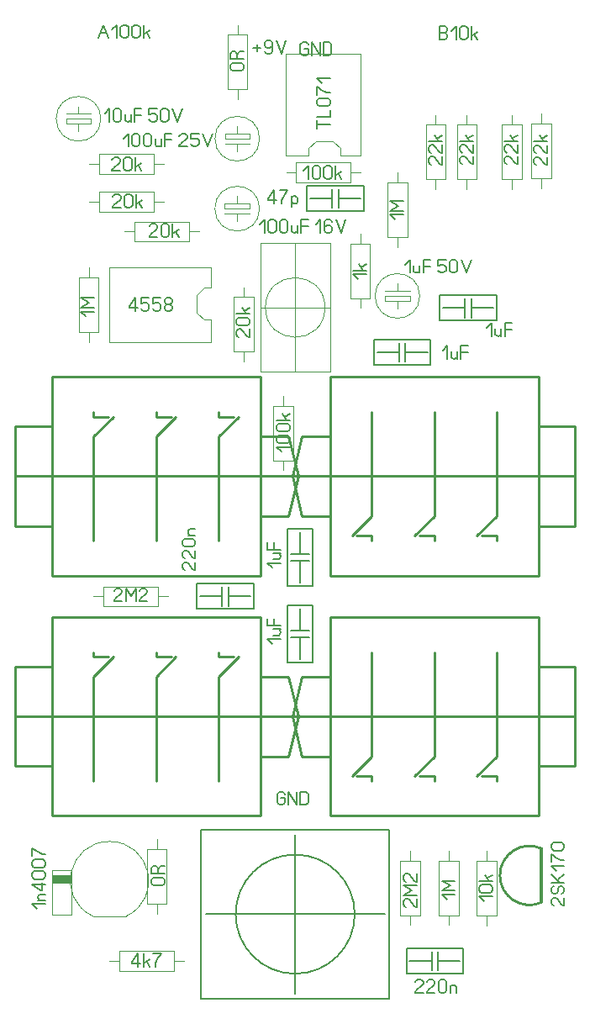
<source format=gbr>
%FSLAX34Y34*%
%MOMM*%
%LNSILK_TOP*%
G71*
G01*
%ADD10C, 0.240*%
%ADD11C, 0.210*%
%ADD12C, 0.200*%
%ADD13C, 0.100*%
%ADD14C, 0.250*%
%ADD15C, 0.300*%
%ADD16C, 0.000*%
%ADD17C, 0.170*%
%LPD*%
G54D10*
X468200Y-754950D02*
X258200Y-754950D01*
X258200Y-554950D01*
X468200Y-554950D01*
X468200Y-754950D01*
G54D10*
X505200Y-704950D02*
X468200Y-704950D01*
X468200Y-604950D01*
X505200Y-604950D01*
X505200Y-704950D01*
G54D10*
X258200Y-614950D02*
X230200Y-614950D01*
X220200Y-654950D01*
X230200Y-694950D01*
X258200Y-694950D01*
G54D10*
X505200Y-654950D02*
X220200Y-654950D01*
G54D10*
X363200Y-719950D02*
X363200Y-714950D01*
X348200Y-714950D01*
G54D10*
X300200Y-719950D02*
X300200Y-714950D01*
X285200Y-714950D01*
G54D10*
X280200Y-714950D02*
X300200Y-694950D01*
X300200Y-589950D01*
G54D10*
X343200Y-714950D02*
X363200Y-694950D01*
X363200Y-589950D01*
G54D10*
X426200Y-589950D02*
X426200Y-694950D01*
X406200Y-714950D01*
G54D10*
X426200Y-719950D02*
X426200Y-714950D01*
X411200Y-714950D01*
G54D11*
X128200Y-768950D02*
X318200Y-768950D01*
X318200Y-938950D01*
X128200Y-938950D01*
X128200Y-768950D01*
G54D11*
X223200Y-773950D02*
X223200Y-933950D01*
G54D11*
X133200Y-853950D02*
X313200Y-853950D01*
G54D12*
G75*
G01X283200Y-853950D02*
G03X283200Y-853950I-60000J0D01*
G01*
G54D10*
X-21800Y-554950D02*
X188200Y-554950D01*
X188200Y-754950D01*
X-21800Y-754950D01*
X-21800Y-554950D01*
G54D10*
X-58800Y-604950D02*
X-21800Y-604950D01*
X-21800Y-704950D01*
X-58800Y-704950D01*
X-58800Y-604950D01*
G54D10*
X188200Y-694950D02*
X216200Y-694950D01*
X226200Y-654950D01*
X216200Y-614950D01*
X188200Y-614950D01*
G54D10*
X-58800Y-654950D02*
X226200Y-654950D01*
G54D10*
X83200Y-589950D02*
X83200Y-594950D01*
X98200Y-594950D01*
G54D10*
X146200Y-589950D02*
X146200Y-594950D01*
X161200Y-594950D01*
G54D10*
X166200Y-594950D02*
X146200Y-614950D01*
X146200Y-719950D01*
G54D10*
X103200Y-594950D02*
X83200Y-614950D01*
X83200Y-719950D01*
G54D10*
X20200Y-719950D02*
X20200Y-614950D01*
X40200Y-594950D01*
G54D10*
X20200Y-589950D02*
X20200Y-594950D01*
X35200Y-594950D01*
G54D10*
X468200Y-512950D02*
X258200Y-512950D01*
X258200Y-312950D01*
X468200Y-312950D01*
X468200Y-512950D01*
G54D10*
X505200Y-462950D02*
X468200Y-462950D01*
X468200Y-362950D01*
X505200Y-362950D01*
X505200Y-462950D01*
G54D10*
X258200Y-372950D02*
X230200Y-372950D01*
X220200Y-412950D01*
X230200Y-452950D01*
X258200Y-452950D01*
G54D10*
X505200Y-412950D02*
X220200Y-412950D01*
G54D10*
X363200Y-477950D02*
X363200Y-472950D01*
X348200Y-472950D01*
G54D10*
X300200Y-477950D02*
X300200Y-472950D01*
X285200Y-472950D01*
G54D10*
X280200Y-472950D02*
X300200Y-452950D01*
X300200Y-347950D01*
G54D10*
X343200Y-472950D02*
X363200Y-452950D01*
X363200Y-347950D01*
G54D10*
X426200Y-347950D02*
X426200Y-452950D01*
X406200Y-472950D01*
G54D10*
X426200Y-477950D02*
X426200Y-472950D01*
X411200Y-472950D01*
G54D10*
X-21800Y-312950D02*
X188200Y-312950D01*
X188200Y-512950D01*
X-21800Y-512950D01*
X-21800Y-312950D01*
G54D10*
X-58800Y-362950D02*
X-21800Y-362950D01*
X-21800Y-462950D01*
X-58800Y-462950D01*
X-58800Y-362950D01*
G54D10*
X188200Y-452950D02*
X216200Y-452950D01*
X226200Y-412950D01*
X216200Y-372950D01*
X188200Y-372950D01*
G54D10*
X-58800Y-412950D02*
X226200Y-412950D01*
G54D10*
X83200Y-347950D02*
X83200Y-352950D01*
X98200Y-352950D01*
G54D10*
X146200Y-347950D02*
X146200Y-352950D01*
X161200Y-352950D01*
G54D10*
X166200Y-352950D02*
X146200Y-372950D01*
X146200Y-477950D01*
G54D10*
X103200Y-352950D02*
X83200Y-372950D01*
X83200Y-477950D01*
G54D10*
X20200Y-477950D02*
X20200Y-372950D01*
X40200Y-352950D01*
G54D10*
X20200Y-347950D02*
X20200Y-352950D01*
X35200Y-352950D01*
G54D13*
G75*
G01X52893Y-856049D02*
G03X19507Y-856049I-16693J35799D01*
G01*
G54D13*
X19900Y-856550D02*
X52700Y-856550D01*
G54D13*
X35900Y-900950D02*
X45900Y-900950D01*
X45900Y-910950D01*
X100900Y-910950D01*
X100900Y-900950D01*
X110900Y-900950D01*
G54D13*
X100900Y-900950D02*
X100900Y-890950D01*
X45900Y-890950D01*
X45900Y-900950D01*
G54D14*
G75*
G01X471773Y-787987D02*
G03X471773Y-841913I-12573J-26963D01*
G01*
G54D15*
X471500Y-788550D02*
X471500Y-841750D01*
G54D12*
X392400Y-913650D02*
X392400Y-888250D01*
X335200Y-888250D01*
X335200Y-913650D01*
X392400Y-913650D01*
G54D12*
X367000Y-910550D02*
X367000Y-891350D01*
G54D12*
X360600Y-910550D02*
X360600Y-891350D01*
G54D12*
X360600Y-900950D02*
X338400Y-900950D01*
G54D12*
X367000Y-900950D02*
X389200Y-900950D01*
G54D13*
X339200Y-789950D02*
X339200Y-799950D01*
X329200Y-799950D01*
X329200Y-854950D01*
X339200Y-854950D01*
X339200Y-864950D01*
G54D13*
X339200Y-854950D02*
X349200Y-854950D01*
X349200Y-799950D01*
X339200Y-799950D01*
G54D13*
X83800Y-778650D02*
X83800Y-788650D01*
X73800Y-788650D01*
X73800Y-843650D01*
X83800Y-843650D01*
X83800Y-853650D01*
G54D13*
X83800Y-843650D02*
X93800Y-843650D01*
X93800Y-788650D01*
X83800Y-788650D01*
G54D12*
X124000Y-521250D02*
X124000Y-546650D01*
X181200Y-546650D01*
X181200Y-521250D01*
X124000Y-521250D01*
G54D12*
X149400Y-524350D02*
X149400Y-543550D01*
G54D12*
X155800Y-524350D02*
X155800Y-543550D01*
G54D12*
X155800Y-533950D02*
X178000Y-533950D01*
G54D12*
X149400Y-533950D02*
X127200Y-533950D01*
G54D13*
X20200Y-533950D02*
X30200Y-533950D01*
X30200Y-543950D01*
X85200Y-543950D01*
X85200Y-533950D01*
X95200Y-533950D01*
G54D13*
X85200Y-533950D02*
X85200Y-523950D01*
X30200Y-523950D01*
X30200Y-533950D01*
G54D12*
X292173Y-145850D02*
X292173Y-120450D01*
X234973Y-120450D01*
X234973Y-145850D01*
X292173Y-145850D01*
G54D12*
X266773Y-142750D02*
X266773Y-123550D01*
G54D12*
X260373Y-142750D02*
X260373Y-123550D01*
G54D12*
X260373Y-133150D02*
X238173Y-133150D01*
G54D12*
X266773Y-133150D02*
X288973Y-133150D01*
G54D13*
X471200Y-47950D02*
X471200Y-57950D01*
X461200Y-57950D01*
X461200Y-112950D01*
X471200Y-112950D01*
X471200Y-122950D01*
G54D13*
X471200Y-112950D02*
X481200Y-112950D01*
X481200Y-57950D01*
X471200Y-57950D01*
G54D13*
X138700Y-202950D02*
X138700Y-222950D01*
X131200Y-222950D01*
X123700Y-230450D01*
X123700Y-247950D01*
X131200Y-255450D01*
X138700Y-255450D01*
X138700Y-277950D01*
X36200Y-277950D01*
X36200Y-202950D01*
X138700Y-202950D01*
G54D13*
X15200Y-277950D02*
X15200Y-267950D01*
X25200Y-267950D01*
X25200Y-212950D01*
X15200Y-212950D01*
X15200Y-202950D01*
G54D13*
X15200Y-212950D02*
X5200Y-212950D01*
X5200Y-267950D01*
X15200Y-267950D01*
G54D13*
X51541Y-166491D02*
X61541Y-166491D01*
X61541Y-176491D01*
X116541Y-176492D01*
X116541Y-166491D01*
X126541Y-166491D01*
G54D13*
X116541Y-166491D02*
X116541Y-156492D01*
X61541Y-156491D01*
X61541Y-166491D01*
G54D16*
X-21800Y-809450D02*
X-1800Y-809450D01*
X-1800Y-854450D01*
X-21800Y-854450D01*
X-21800Y-809450D01*
G36*
X-21800Y-814450D02*
X-1800Y-814450D01*
X-1800Y-821950D01*
X-21800Y-821950D01*
X-21800Y-814450D01*
G37*
G54D16*
X-21800Y-814450D02*
X-1800Y-814450D01*
X-1800Y-821950D01*
X-21800Y-821950D01*
X-21800Y-814450D01*
G54D13*
X171300Y-297550D02*
X171300Y-287550D01*
X181300Y-287550D01*
X181300Y-232550D01*
X171300Y-232550D01*
X171300Y-222550D01*
G54D13*
X171300Y-232550D02*
X161300Y-232550D01*
X161300Y-287550D01*
X171300Y-287550D01*
G54D13*
X188200Y-177950D02*
X258200Y-177950D01*
G54D13*
X188200Y-177950D02*
X188200Y-307950D01*
G54D13*
X188200Y-307950D02*
X258200Y-307950D01*
X258200Y-177950D01*
G54D13*
X223200Y-177950D02*
X223200Y-307950D01*
G54D13*
X188200Y-242950D02*
X258200Y-242950D01*
G54D13*
G75*
G01X253200Y-242950D02*
G03X253200Y-242950I-30000J0D01*
G01*
G54D13*
X211200Y-406950D02*
X211200Y-396950D01*
X221200Y-396950D01*
X221200Y-341950D01*
X211200Y-341950D01*
X211200Y-331950D01*
G54D13*
X211200Y-341950D02*
X201200Y-341950D01*
X201200Y-396950D01*
X211200Y-396950D01*
G54D12*
X302508Y-275321D02*
X302508Y-300721D01*
X359708Y-300721D01*
X359708Y-275320D01*
X302508Y-275321D01*
G54D12*
X327908Y-278421D02*
X327908Y-297621D01*
G54D12*
X334308Y-278421D02*
X334308Y-297621D01*
G54D12*
X334308Y-288021D02*
X356508Y-288021D01*
G54D12*
X327908Y-288021D02*
X305708Y-288021D01*
G54D13*
X214200Y-106950D02*
X224200Y-106950D01*
X224200Y-116950D01*
X279200Y-116950D01*
X279200Y-106950D01*
X289200Y-106950D01*
G54D13*
X279200Y-106950D02*
X279200Y-96950D01*
X224200Y-96950D01*
X224200Y-106950D01*
G54D12*
X215500Y-523150D02*
X240900Y-523150D01*
X240900Y-465950D01*
X215500Y-465950D01*
X215500Y-523150D01*
G54D12*
X218600Y-497750D02*
X237800Y-497750D01*
G54D12*
X218600Y-491350D02*
X237800Y-491350D01*
G54D12*
X228200Y-491350D02*
X228200Y-469150D01*
G54D12*
X228200Y-497750D02*
X228200Y-519950D01*
G54D13*
X378200Y-789950D02*
X378200Y-799950D01*
X368200Y-799950D01*
X368200Y-854950D01*
X378200Y-854950D01*
X378200Y-864950D01*
G54D13*
X378200Y-854950D02*
X388200Y-854950D01*
X388200Y-799950D01*
X378200Y-799950D01*
G54D13*
X441200Y-48950D02*
X441200Y-58950D01*
X431200Y-58950D01*
X431200Y-113950D01*
X441200Y-113950D01*
X441200Y-123950D01*
G54D13*
X441200Y-113950D02*
X451200Y-113950D01*
X451200Y-58950D01*
X441200Y-58950D01*
G54D13*
X396000Y-48950D02*
X396000Y-58950D01*
X386000Y-58950D01*
X386000Y-113950D01*
X396000Y-113950D01*
X396000Y-123950D01*
G54D13*
X396000Y-113950D02*
X406000Y-113950D01*
X406000Y-58950D01*
X396000Y-58950D01*
G54D13*
X364700Y-48950D02*
X364700Y-58950D01*
X354700Y-58950D01*
X354700Y-113950D01*
X364700Y-113950D01*
X364700Y-123950D01*
G54D13*
X364700Y-113950D02*
X374700Y-113950D01*
X374700Y-58950D01*
X364700Y-58950D01*
G54D12*
X426241Y-256179D02*
X426241Y-230779D01*
X369040Y-230779D01*
X369041Y-256180D01*
X426241Y-256179D01*
G54D12*
X400841Y-253079D02*
X400840Y-233879D01*
G54D12*
X394441Y-253079D02*
X394441Y-233879D01*
G54D12*
X394440Y-243479D02*
X372241Y-243479D01*
G54D12*
X400841Y-243479D02*
X423041Y-243479D01*
G54D13*
X15800Y-136550D02*
X25800Y-136550D01*
X25800Y-146550D01*
X80800Y-146550D01*
X80800Y-136550D01*
X90800Y-136550D01*
G54D13*
X80800Y-136550D02*
X80800Y-126550D01*
X25800Y-126550D01*
X25800Y-136550D01*
G54D13*
X15800Y-98550D02*
X25800Y-98550D01*
X25800Y-108550D01*
X80800Y-108550D01*
X80800Y-98550D01*
X90800Y-98550D01*
G54D13*
X80800Y-98550D02*
X80800Y-88550D01*
X25800Y-88550D01*
X25800Y-98550D01*
G54D13*
G75*
G01X27400Y-52950D02*
G03X27400Y-52950I-22500J0D01*
G01*
G54D13*
X4900Y-40450D02*
X4900Y-47950D01*
X-7600Y-47950D01*
X17400Y-47950D01*
G54D13*
X-7600Y-55450D02*
X-7600Y-52950D01*
X17400Y-52950D01*
X17400Y-57950D01*
X-7600Y-57950D01*
X-7600Y-55450D01*
G54D13*
X4900Y-57950D02*
X4900Y-65450D01*
G54D13*
G75*
G01X187310Y-143431D02*
G03X187310Y-143431I-22500J0D01*
G01*
G54D13*
X164810Y-155930D02*
X164810Y-148430D01*
X177310Y-148431D01*
X152310Y-148431D01*
G54D13*
X177310Y-140931D02*
X177310Y-143431D01*
X152310Y-143431D01*
X152310Y-138431D01*
X177310Y-138431D01*
X177310Y-140931D01*
G54D13*
X164810Y-138431D02*
X164810Y-130930D01*
G54D13*
X288843Y-90172D02*
X268843Y-90172D01*
X268843Y-82672D01*
X261343Y-75172D01*
X243843Y-75172D01*
X236343Y-82672D01*
X236343Y-90172D01*
X213843Y-90172D01*
X213843Y12328D01*
X288843Y12328D01*
X288843Y-90172D01*
G54D13*
X416200Y-865150D02*
X416200Y-855150D01*
X406200Y-855150D01*
X406200Y-800150D01*
X416200Y-800150D01*
X416200Y-790150D01*
G54D13*
X416200Y-800150D02*
X426200Y-800150D01*
X426200Y-855150D01*
X416200Y-855150D01*
G54D12*
X215500Y-600150D02*
X240900Y-600150D01*
X240900Y-542950D01*
X215500Y-542950D01*
X215500Y-600150D01*
G54D12*
X218600Y-574750D02*
X237800Y-574750D01*
G54D12*
X218600Y-568350D02*
X237800Y-568350D01*
G54D12*
X228200Y-568350D02*
X228200Y-546150D01*
G54D12*
X228200Y-574750D02*
X228200Y-596950D01*
G54D13*
X326200Y-106950D02*
X326200Y-116950D01*
X316200Y-116950D01*
X316200Y-171950D01*
X326200Y-171950D01*
X326200Y-181950D01*
G54D13*
X326200Y-171950D02*
X336200Y-171950D01*
X336200Y-116950D01*
X326200Y-116950D01*
G54D13*
X288741Y-168608D02*
X288741Y-178608D01*
X278742Y-178608D01*
X278741Y-233609D01*
X288742Y-233609D01*
X288741Y-243608D01*
G54D13*
X288742Y-233609D02*
X298742Y-233608D01*
X298742Y-178609D01*
X288741Y-178608D01*
G54D13*
G75*
G01X348700Y-231350D02*
G03X348700Y-231350I-22500J0D01*
G01*
G54D13*
X326200Y-218850D02*
X326200Y-226350D01*
X313700Y-226350D01*
X338700Y-226350D01*
G54D13*
X313700Y-233850D02*
X313700Y-231350D01*
X338700Y-231350D01*
X338700Y-236350D01*
X313700Y-236350D01*
X313700Y-233850D01*
G54D13*
X326200Y-236350D02*
X326200Y-243850D01*
G54D13*
G75*
G01X187349Y-72999D02*
G03X187349Y-72999I-22500J0D01*
G01*
G54D13*
X164849Y-85499D02*
X164850Y-77999D01*
X177350Y-77999D01*
X152350Y-77999D01*
G54D13*
X177350Y-70499D02*
X177349Y-72999D01*
X152349Y-72999D01*
X152350Y-67999D01*
X177349Y-67999D01*
X177350Y-70499D01*
G54D13*
X164849Y-67999D02*
X164849Y-60499D01*
G54D13*
X165041Y41691D02*
X165041Y31692D01*
X155042Y31692D01*
X155041Y-23309D01*
X165042Y-23309D01*
X165041Y-33309D01*
G54D13*
X165042Y-23309D02*
X175042Y-23308D01*
X175042Y31691D01*
X165041Y31692D01*
G54D17*
X352200Y-932850D02*
X344200Y-932850D01*
X344200Y-932017D01*
X345200Y-930350D01*
X351200Y-925350D01*
X352200Y-923683D01*
X352200Y-922017D01*
X351200Y-920350D01*
X349200Y-919517D01*
X347200Y-919517D01*
X345200Y-920350D01*
X344200Y-922017D01*
G54D17*
X363900Y-932850D02*
X355900Y-932850D01*
X355900Y-932017D01*
X356900Y-930350D01*
X362900Y-925350D01*
X363900Y-923683D01*
X363900Y-922017D01*
X362900Y-920350D01*
X360900Y-919517D01*
X358900Y-919517D01*
X356900Y-920350D01*
X355900Y-922017D01*
G54D17*
X375600Y-922017D02*
X375600Y-930350D01*
X374600Y-932017D01*
X372600Y-932850D01*
X370600Y-932850D01*
X368600Y-932017D01*
X367600Y-930350D01*
X367600Y-922017D01*
X368600Y-920350D01*
X370600Y-919517D01*
X372600Y-919517D01*
X374600Y-920350D01*
X375600Y-922017D01*
G54D17*
X379300Y-932850D02*
X379300Y-925350D01*
G54D17*
X379300Y-927017D02*
X380300Y-925850D01*
X382300Y-925350D01*
X384300Y-925850D01*
X385300Y-927017D01*
X385300Y-932850D01*
G54D17*
X345400Y-838650D02*
X345400Y-846650D01*
X344567Y-846650D01*
X342900Y-845650D01*
X337900Y-839650D01*
X336233Y-838650D01*
X334567Y-838650D01*
X332900Y-839650D01*
X332067Y-841650D01*
X332067Y-843650D01*
X332900Y-845650D01*
X334567Y-846650D01*
G54D17*
X345400Y-834950D02*
X332067Y-834950D01*
X340400Y-829950D01*
X332067Y-824950D01*
X345400Y-824950D01*
G54D17*
X345400Y-813250D02*
X345400Y-821250D01*
X344567Y-821250D01*
X342900Y-820250D01*
X337900Y-814250D01*
X336233Y-813250D01*
X334567Y-813250D01*
X332900Y-814250D01*
X332067Y-816250D01*
X332067Y-818250D01*
X332900Y-820250D01*
X334567Y-821250D01*
G54D17*
X48929Y-538972D02*
X40929Y-538972D01*
X40929Y-538139D01*
X41929Y-536472D01*
X47929Y-531472D01*
X48929Y-529806D01*
X48929Y-528139D01*
X47929Y-526472D01*
X45929Y-525639D01*
X43929Y-525639D01*
X41929Y-526472D01*
X40929Y-528139D01*
G54D17*
X52629Y-538972D02*
X52629Y-525639D01*
X57629Y-533972D01*
X62629Y-525639D01*
X62629Y-538972D01*
G54D17*
X74329Y-538972D02*
X66329Y-538972D01*
X66329Y-538139D01*
X67329Y-536472D01*
X73329Y-531472D01*
X74329Y-529806D01*
X74329Y-528139D01*
X73329Y-526472D01*
X71329Y-525639D01*
X69329Y-525639D01*
X67329Y-526472D01*
X66329Y-528139D01*
G54D17*
X122641Y-499378D02*
X122641Y-507378D01*
X121808Y-507378D01*
X120141Y-506378D01*
X115141Y-500378D01*
X113474Y-499378D01*
X111808Y-499378D01*
X110141Y-500378D01*
X109308Y-502378D01*
X109308Y-504378D01*
X110141Y-506378D01*
X111808Y-507378D01*
G54D17*
X122641Y-487678D02*
X122641Y-495678D01*
X121808Y-495678D01*
X120141Y-494678D01*
X115141Y-488678D01*
X113474Y-487678D01*
X111808Y-487678D01*
X110141Y-488678D01*
X109308Y-490678D01*
X109308Y-492678D01*
X110141Y-494678D01*
X111808Y-495678D01*
G54D17*
X111808Y-475978D02*
X120141Y-475978D01*
X121808Y-476978D01*
X122641Y-478978D01*
X122641Y-480978D01*
X121808Y-482978D01*
X120141Y-483978D01*
X111808Y-483978D01*
X110141Y-482978D01*
X109308Y-480978D01*
X109308Y-478978D01*
X110141Y-476978D01*
X111808Y-475978D01*
G54D17*
X122641Y-472278D02*
X115141Y-472278D01*
G54D17*
X116808Y-472278D02*
X115641Y-471278D01*
X115141Y-469278D01*
X115641Y-467278D01*
X116808Y-466278D01*
X122641Y-466278D01*
G54D17*
X200167Y-505250D02*
X195167Y-500250D01*
X208500Y-500250D01*
G54D17*
X201000Y-490550D02*
X208500Y-490550D01*
G54D17*
X206833Y-490550D02*
X208167Y-491550D01*
X208500Y-493550D01*
X208167Y-495550D01*
X206833Y-496550D01*
X201000Y-496550D01*
G54D17*
X208500Y-486850D02*
X195167Y-486850D01*
X195167Y-479850D01*
G54D17*
X201833Y-486850D02*
X201833Y-479850D01*
G54D17*
X200167Y-581750D02*
X195167Y-576750D01*
X208500Y-576750D01*
G54D17*
X201000Y-567050D02*
X208500Y-567050D01*
G54D17*
X206833Y-567050D02*
X208167Y-568050D01*
X208500Y-570050D01*
X208167Y-572050D01*
X206833Y-573050D01*
X201000Y-573050D01*
G54D17*
X208500Y-563350D02*
X195167Y-563350D01*
X195167Y-556350D01*
G54D17*
X201833Y-563350D02*
X201833Y-556350D01*
G54D17*
X371622Y-286284D02*
X376622Y-281284D01*
X376622Y-294618D01*
G54D17*
X386322Y-287118D02*
X386322Y-294618D01*
G54D17*
X386322Y-292951D02*
X385322Y-294284D01*
X383322Y-294618D01*
X381322Y-294284D01*
X380322Y-292951D01*
X380322Y-287118D01*
G54D17*
X390022Y-294618D02*
X390022Y-281284D01*
X397022Y-281284D01*
G54D17*
X390022Y-287951D02*
X397022Y-287951D01*
G54D17*
X416100Y-263517D02*
X421100Y-258517D01*
X421100Y-271850D01*
G54D17*
X430800Y-264350D02*
X430800Y-271850D01*
G54D17*
X430800Y-270183D02*
X429800Y-271517D01*
X427800Y-271850D01*
X425800Y-271517D01*
X424800Y-270183D01*
X424800Y-264350D01*
G54D17*
X434500Y-271850D02*
X434500Y-258517D01*
X441500Y-258517D01*
G54D17*
X434500Y-265183D02*
X441500Y-265183D01*
G54D17*
X334000Y-199717D02*
X339000Y-194717D01*
X339000Y-208050D01*
G54D17*
X348700Y-200550D02*
X348700Y-208050D01*
G54D17*
X348700Y-206383D02*
X347700Y-207717D01*
X345700Y-208050D01*
X343700Y-207717D01*
X342700Y-206383D01*
X342700Y-200550D01*
G54D17*
X352400Y-208050D02*
X352400Y-194717D01*
X359400Y-194717D01*
G54D17*
X352400Y-201383D02*
X359400Y-201383D01*
G54D17*
X375000Y-194717D02*
X367000Y-194717D01*
X367000Y-200550D01*
X368000Y-200550D01*
X370000Y-199717D01*
X372000Y-199717D01*
X374000Y-200550D01*
X375000Y-202217D01*
X375000Y-205550D01*
X374000Y-207217D01*
X372000Y-208050D01*
X370000Y-208050D01*
X368000Y-207217D01*
X367000Y-205550D01*
G54D17*
X386700Y-197217D02*
X386700Y-205550D01*
X385700Y-207217D01*
X383700Y-208050D01*
X381700Y-208050D01*
X379700Y-207217D01*
X378700Y-205550D01*
X378700Y-197217D01*
X379700Y-195550D01*
X381700Y-194717D01*
X383700Y-194717D01*
X385700Y-195550D01*
X386700Y-197217D01*
G54D17*
X390400Y-194717D02*
X395400Y-208050D01*
X400400Y-194717D01*
G54D17*
X375967Y-838950D02*
X370967Y-833950D01*
X384300Y-833950D01*
G54D17*
X384300Y-830250D02*
X370967Y-830250D01*
X379300Y-825250D01*
X370967Y-820250D01*
X384300Y-820250D01*
G54D17*
X413667Y-841050D02*
X408667Y-836050D01*
X422000Y-836050D01*
G54D17*
X411167Y-824350D02*
X419500Y-824350D01*
X421167Y-825350D01*
X422000Y-827350D01*
X422000Y-829350D01*
X421167Y-831350D01*
X419500Y-832350D01*
X411167Y-832350D01*
X409500Y-831350D01*
X408667Y-829350D01*
X408667Y-827350D01*
X409500Y-825350D01*
X411167Y-824350D01*
G54D17*
X422000Y-820650D02*
X408667Y-820650D01*
G54D17*
X417000Y-817650D02*
X422000Y-814650D01*
G54D17*
X418667Y-820650D02*
X414500Y-814650D01*
G54D17*
X494300Y-837350D02*
X494300Y-845350D01*
X493467Y-845350D01*
X491800Y-844350D01*
X486800Y-838350D01*
X485133Y-837350D01*
X483467Y-837350D01*
X481800Y-838350D01*
X480967Y-840350D01*
X480967Y-842350D01*
X481800Y-844350D01*
X483467Y-845350D01*
G54D17*
X491800Y-833650D02*
X493467Y-832650D01*
X494300Y-830650D01*
X494300Y-828650D01*
X493467Y-826650D01*
X491800Y-825650D01*
X490133Y-825650D01*
X488467Y-826650D01*
X487633Y-828650D01*
X487633Y-830650D01*
X486800Y-832650D01*
X485133Y-833650D01*
X483467Y-833650D01*
X481800Y-832650D01*
X480967Y-830650D01*
X480967Y-828650D01*
X481800Y-826650D01*
X483467Y-825650D01*
G54D17*
X494300Y-821950D02*
X480967Y-821950D01*
G54D17*
X490133Y-821950D02*
X480967Y-813950D01*
G54D17*
X487633Y-818950D02*
X494300Y-813950D01*
G54D17*
X485967Y-810250D02*
X480967Y-805250D01*
X494300Y-805250D01*
G54D17*
X480967Y-801550D02*
X480967Y-793550D01*
X482633Y-794550D01*
X485133Y-796550D01*
X488467Y-798550D01*
X490967Y-799550D01*
X494300Y-799550D01*
G54D17*
X483467Y-781850D02*
X491800Y-781850D01*
X493467Y-782850D01*
X494300Y-784850D01*
X494300Y-786850D01*
X493467Y-788850D01*
X491800Y-789850D01*
X483467Y-789850D01*
X481800Y-788850D01*
X480967Y-786850D01*
X480967Y-784850D01*
X481800Y-782850D01*
X483467Y-781850D01*
G54D17*
X64900Y-906950D02*
X64900Y-893617D01*
X58900Y-901950D01*
X58900Y-903617D01*
X66900Y-903617D01*
G54D17*
X70600Y-906950D02*
X70600Y-893617D01*
G54D17*
X73600Y-901950D02*
X76600Y-906950D01*
G54D17*
X70600Y-903617D02*
X76600Y-899450D01*
G54D17*
X80300Y-893617D02*
X88300Y-893617D01*
X87300Y-895283D01*
X85300Y-897783D01*
X83300Y-901117D01*
X82300Y-903617D01*
X82300Y-906950D01*
G54D17*
X-36733Y-848750D02*
X-41733Y-843750D01*
X-28400Y-843750D01*
G54D17*
X-28400Y-840050D02*
X-35900Y-840050D01*
G54D17*
X-34233Y-840050D02*
X-35400Y-839050D01*
X-35900Y-837050D01*
X-35400Y-835050D01*
X-34233Y-834050D01*
X-28400Y-834050D01*
G54D17*
X-28400Y-824350D02*
X-41733Y-824350D01*
X-33400Y-830350D01*
X-31733Y-830350D01*
X-31733Y-822350D01*
G54D17*
X-39233Y-810650D02*
X-30900Y-810650D01*
X-29233Y-811650D01*
X-28400Y-813650D01*
X-28400Y-815650D01*
X-29233Y-817650D01*
X-30900Y-818650D01*
X-39233Y-818650D01*
X-40900Y-817650D01*
X-41733Y-815650D01*
X-41733Y-813650D01*
X-40900Y-811650D01*
X-39233Y-810650D01*
G54D17*
X-39233Y-798950D02*
X-30900Y-798950D01*
X-29233Y-799950D01*
X-28400Y-801950D01*
X-28400Y-803950D01*
X-29233Y-805950D01*
X-30900Y-806950D01*
X-39233Y-806950D01*
X-40900Y-805950D01*
X-41733Y-803950D01*
X-41733Y-801950D01*
X-40900Y-799950D01*
X-39233Y-798950D01*
G54D17*
X-41733Y-795250D02*
X-41733Y-787250D01*
X-40067Y-788250D01*
X-37567Y-790250D01*
X-34233Y-792250D01*
X-31733Y-793250D01*
X-28400Y-793250D01*
G54D17*
X80767Y-817050D02*
X89100Y-817050D01*
X90767Y-818050D01*
X91600Y-820050D01*
X91600Y-822050D01*
X90767Y-824050D01*
X89100Y-825050D01*
X80767Y-825050D01*
X79100Y-824050D01*
X78267Y-822050D01*
X78267Y-820050D01*
X79100Y-818050D01*
X80767Y-817050D01*
G54D17*
X84933Y-809350D02*
X86600Y-806350D01*
X88267Y-805350D01*
X91600Y-805350D01*
G54D17*
X91600Y-813350D02*
X78267Y-813350D01*
X78267Y-808350D01*
X79100Y-806350D01*
X80767Y-805350D01*
X82433Y-805350D01*
X84100Y-806350D01*
X84933Y-808350D01*
X84933Y-813350D01*
G54D17*
X160267Y3350D02*
X168600Y3350D01*
X170267Y2350D01*
X171100Y350D01*
X171100Y-1650D01*
X170267Y-3650D01*
X168600Y-4650D01*
X160267Y-4650D01*
X158600Y-3650D01*
X157767Y-1650D01*
X157767Y350D01*
X158600Y2350D01*
X160267Y3350D01*
G54D17*
X164433Y11050D02*
X166100Y14050D01*
X167767Y15050D01*
X171100Y15050D01*
G54D17*
X171100Y7050D02*
X157767Y7050D01*
X157767Y12050D01*
X158600Y14050D01*
X160267Y15050D01*
X161933Y15050D01*
X163600Y14050D01*
X164433Y12050D01*
X164433Y7050D01*
G54D17*
X31300Y-47617D02*
X36300Y-42617D01*
X36300Y-55950D01*
G54D17*
X48000Y-45117D02*
X48000Y-53450D01*
X47000Y-55117D01*
X45000Y-55950D01*
X43000Y-55950D01*
X41000Y-55117D01*
X40000Y-53450D01*
X40000Y-45117D01*
X41000Y-43450D01*
X43000Y-42617D01*
X45000Y-42617D01*
X47000Y-43450D01*
X48000Y-45117D01*
G54D17*
X57700Y-48450D02*
X57700Y-55950D01*
G54D17*
X57700Y-54283D02*
X56700Y-55617D01*
X54700Y-55950D01*
X52700Y-55617D01*
X51700Y-54283D01*
X51700Y-48450D01*
G54D17*
X61400Y-55950D02*
X61400Y-42617D01*
X68400Y-42617D01*
G54D17*
X61400Y-49283D02*
X68400Y-49283D01*
G54D17*
X84000Y-42617D02*
X76000Y-42617D01*
X76000Y-48450D01*
X77000Y-48450D01*
X79000Y-47617D01*
X81000Y-47617D01*
X83000Y-48450D01*
X84000Y-50117D01*
X84000Y-53450D01*
X83000Y-55117D01*
X81000Y-55950D01*
X79000Y-55950D01*
X77000Y-55117D01*
X76000Y-53450D01*
G54D17*
X95700Y-45117D02*
X95700Y-53450D01*
X94700Y-55117D01*
X92700Y-55950D01*
X90700Y-55950D01*
X88700Y-55117D01*
X87700Y-53450D01*
X87700Y-45117D01*
X88700Y-43450D01*
X90700Y-42617D01*
X92700Y-42617D01*
X94700Y-43450D01*
X95700Y-45117D01*
G54D17*
X99400Y-42617D02*
X104400Y-55950D01*
X109400Y-42617D01*
G54D17*
X50100Y-72617D02*
X55100Y-67617D01*
X55100Y-80950D01*
G54D17*
X66800Y-70117D02*
X66800Y-78450D01*
X65800Y-80117D01*
X63800Y-80950D01*
X61800Y-80950D01*
X59800Y-80117D01*
X58800Y-78450D01*
X58800Y-70117D01*
X59800Y-68450D01*
X61800Y-67617D01*
X63800Y-67617D01*
X65800Y-68450D01*
X66800Y-70117D01*
G54D17*
X78500Y-70117D02*
X78500Y-78450D01*
X77500Y-80117D01*
X75500Y-80950D01*
X73500Y-80950D01*
X71500Y-80117D01*
X70500Y-78450D01*
X70500Y-70117D01*
X71500Y-68450D01*
X73500Y-67617D01*
X75500Y-67617D01*
X77500Y-68450D01*
X78500Y-70117D01*
G54D17*
X88200Y-73450D02*
X88200Y-80950D01*
G54D17*
X88200Y-79283D02*
X87200Y-80617D01*
X85200Y-80950D01*
X83200Y-80617D01*
X82200Y-79283D01*
X82200Y-73450D01*
G54D17*
X91900Y-80950D02*
X91900Y-67617D01*
X98900Y-67617D01*
G54D17*
X91900Y-74283D02*
X98900Y-74283D01*
G54D17*
X114500Y-80950D02*
X106500Y-80950D01*
X106500Y-80117D01*
X107500Y-78450D01*
X113500Y-73450D01*
X114500Y-71783D01*
X114500Y-70117D01*
X113500Y-68450D01*
X111500Y-67617D01*
X109500Y-67617D01*
X107500Y-68450D01*
X106500Y-70117D01*
G54D17*
X126200Y-67617D02*
X118200Y-67617D01*
X118200Y-73450D01*
X119200Y-73450D01*
X121200Y-72617D01*
X123200Y-72617D01*
X125200Y-73450D01*
X126200Y-75117D01*
X126200Y-78450D01*
X125200Y-80117D01*
X123200Y-80950D01*
X121200Y-80950D01*
X119200Y-80117D01*
X118200Y-78450D01*
G54D17*
X129900Y-67617D02*
X134900Y-80950D01*
X139900Y-67617D01*
G54D17*
X187400Y-159117D02*
X192400Y-154117D01*
X192400Y-167450D01*
G54D17*
X204100Y-156617D02*
X204100Y-164950D01*
X203100Y-166617D01*
X201100Y-167450D01*
X199100Y-167450D01*
X197100Y-166617D01*
X196100Y-164950D01*
X196100Y-156617D01*
X197100Y-154950D01*
X199100Y-154117D01*
X201100Y-154117D01*
X203100Y-154950D01*
X204100Y-156617D01*
G54D17*
X215800Y-156617D02*
X215800Y-164950D01*
X214800Y-166617D01*
X212800Y-167450D01*
X210800Y-167450D01*
X208800Y-166617D01*
X207800Y-164950D01*
X207800Y-156617D01*
X208800Y-154950D01*
X210800Y-154117D01*
X212800Y-154117D01*
X214800Y-154950D01*
X215800Y-156617D01*
G54D17*
X225500Y-159950D02*
X225500Y-167450D01*
G54D17*
X225500Y-165783D02*
X224500Y-167117D01*
X222500Y-167450D01*
X220500Y-167117D01*
X219500Y-165783D01*
X219500Y-159950D01*
G54D17*
X229200Y-167450D02*
X229200Y-154117D01*
X236200Y-154117D01*
G54D17*
X229200Y-160783D02*
X236200Y-160783D01*
G54D17*
X243800Y-159117D02*
X248800Y-154117D01*
X248800Y-167450D01*
G54D17*
X260500Y-156617D02*
X259500Y-154950D01*
X257500Y-154117D01*
X255500Y-154117D01*
X253500Y-154950D01*
X252500Y-156617D01*
X252500Y-160783D01*
X252500Y-161617D01*
X255500Y-159950D01*
X257500Y-159950D01*
X259500Y-160783D01*
X260500Y-162450D01*
X260500Y-164950D01*
X259500Y-166617D01*
X257500Y-167450D01*
X255500Y-167450D01*
X253500Y-166617D01*
X252500Y-164950D01*
X252500Y-160783D01*
G54D17*
X264200Y-154117D02*
X269200Y-167450D01*
X274200Y-154117D01*
G54D17*
X202100Y-138250D02*
X202100Y-124917D01*
X196100Y-133250D01*
X196100Y-134917D01*
X204100Y-134917D01*
G54D17*
X207800Y-124917D02*
X215800Y-124917D01*
X214800Y-126583D01*
X212800Y-129083D01*
X210800Y-132417D01*
X209800Y-134917D01*
X209800Y-138250D01*
G54D17*
X219500Y-130750D02*
X219500Y-141583D01*
G54D17*
X219500Y-135750D02*
X220500Y-137917D01*
X222500Y-138250D01*
X224500Y-137917D01*
X225500Y-136250D01*
X225500Y-132917D01*
X224500Y-131250D01*
X222500Y-130750D01*
X220500Y-131250D01*
X219500Y-133250D01*
G54D17*
X477000Y-91350D02*
X477000Y-99350D01*
X476167Y-99350D01*
X474500Y-98350D01*
X469500Y-92350D01*
X467833Y-91350D01*
X466167Y-91350D01*
X464500Y-92350D01*
X463667Y-94350D01*
X463667Y-96350D01*
X464500Y-98350D01*
X466167Y-99350D01*
G54D17*
X477000Y-79650D02*
X477000Y-87650D01*
X476167Y-87650D01*
X474500Y-86650D01*
X469500Y-80650D01*
X467833Y-79650D01*
X466167Y-79650D01*
X464500Y-80650D01*
X463667Y-82650D01*
X463667Y-84650D01*
X464500Y-86650D01*
X466167Y-87650D01*
G54D17*
X477000Y-75950D02*
X463667Y-75950D01*
G54D17*
X472000Y-72950D02*
X477000Y-69950D01*
G54D17*
X473667Y-75950D02*
X469500Y-69950D01*
G54D17*
X447000Y-90750D02*
X447000Y-98750D01*
X446167Y-98750D01*
X444500Y-97750D01*
X439500Y-91750D01*
X437833Y-90750D01*
X436167Y-90750D01*
X434500Y-91750D01*
X433667Y-93750D01*
X433667Y-95750D01*
X434500Y-97750D01*
X436167Y-98750D01*
G54D17*
X447000Y-79050D02*
X447000Y-87050D01*
X446167Y-87050D01*
X444500Y-86050D01*
X439500Y-80050D01*
X437833Y-79050D01*
X436167Y-79050D01*
X434500Y-80050D01*
X433667Y-82050D01*
X433667Y-84050D01*
X434500Y-86050D01*
X436167Y-87050D01*
G54D17*
X447000Y-75350D02*
X433667Y-75350D01*
G54D17*
X442000Y-72350D02*
X447000Y-69350D01*
G54D17*
X443667Y-75350D02*
X439500Y-69350D01*
G54D17*
X402100Y-90750D02*
X402100Y-98750D01*
X401267Y-98750D01*
X399600Y-97750D01*
X394600Y-91750D01*
X392933Y-90750D01*
X391267Y-90750D01*
X389600Y-91750D01*
X388767Y-93750D01*
X388767Y-95750D01*
X389600Y-97750D01*
X391267Y-98750D01*
G54D17*
X402100Y-79050D02*
X402100Y-87050D01*
X401267Y-87050D01*
X399600Y-86050D01*
X394600Y-80050D01*
X392933Y-79050D01*
X391267Y-79050D01*
X389600Y-80050D01*
X388767Y-82050D01*
X388767Y-84050D01*
X389600Y-86050D01*
X391267Y-87050D01*
G54D17*
X402100Y-75350D02*
X388767Y-75350D01*
G54D17*
X397100Y-72350D02*
X402100Y-69350D01*
G54D17*
X398767Y-75350D02*
X394600Y-69350D01*
G54D17*
X371100Y-91050D02*
X371100Y-99050D01*
X370267Y-99050D01*
X368600Y-98050D01*
X363600Y-92050D01*
X361933Y-91050D01*
X360267Y-91050D01*
X358600Y-92050D01*
X357767Y-94050D01*
X357767Y-96050D01*
X358600Y-98050D01*
X360267Y-99050D01*
G54D17*
X371100Y-79350D02*
X371100Y-87350D01*
X370267Y-87350D01*
X368600Y-86350D01*
X363600Y-80350D01*
X361933Y-79350D01*
X360267Y-79350D01*
X358600Y-80350D01*
X357767Y-82350D01*
X357767Y-84350D01*
X358600Y-86350D01*
X360267Y-87350D01*
G54D17*
X371100Y-75650D02*
X357767Y-75650D01*
G54D17*
X366100Y-72650D02*
X371100Y-69650D01*
G54D17*
X367767Y-75650D02*
X363600Y-69650D01*
G54D17*
X324067Y-154550D02*
X319067Y-149550D01*
X332400Y-149550D01*
G54D17*
X332400Y-145850D02*
X319067Y-145850D01*
X327400Y-140850D01*
X319067Y-135850D01*
X332400Y-135850D01*
G54D17*
X286367Y-214250D02*
X281367Y-209250D01*
X294700Y-209250D01*
G54D17*
X294700Y-205550D02*
X281367Y-205550D01*
G54D17*
X289700Y-202550D02*
X294700Y-199550D01*
G54D17*
X291367Y-205550D02*
X287200Y-199550D01*
G54D17*
X209267Y-388350D02*
X204267Y-383350D01*
X217600Y-383350D01*
G54D17*
X206767Y-371650D02*
X215100Y-371650D01*
X216767Y-372650D01*
X217600Y-374650D01*
X217600Y-376650D01*
X216767Y-378650D01*
X215100Y-379650D01*
X206767Y-379650D01*
X205100Y-378650D01*
X204267Y-376650D01*
X204267Y-374650D01*
X205100Y-372650D01*
X206767Y-371650D01*
G54D17*
X206767Y-359950D02*
X215100Y-359950D01*
X216767Y-360950D01*
X217600Y-362950D01*
X217600Y-364950D01*
X216767Y-366950D01*
X215100Y-367950D01*
X206767Y-367950D01*
X205100Y-366950D01*
X204267Y-364950D01*
X204267Y-362950D01*
X205100Y-360950D01*
X206767Y-359950D01*
G54D17*
X217600Y-356250D02*
X204267Y-356250D01*
G54D17*
X212600Y-353250D02*
X217600Y-350250D01*
G54D17*
X214267Y-356250D02*
X210100Y-350250D01*
G54D17*
X12467Y-252050D02*
X7467Y-247050D01*
X20800Y-247050D01*
G54D17*
X20800Y-243350D02*
X7467Y-243350D01*
X15800Y-238350D01*
X7467Y-233350D01*
X20800Y-233350D01*
G54D17*
X84400Y-171750D02*
X76400Y-171750D01*
X76400Y-170917D01*
X77400Y-169250D01*
X83400Y-164250D01*
X84400Y-162583D01*
X84400Y-160917D01*
X83400Y-159250D01*
X81400Y-158417D01*
X79400Y-158417D01*
X77400Y-159250D01*
X76400Y-160917D01*
G54D17*
X96100Y-160917D02*
X96100Y-169250D01*
X95100Y-170917D01*
X93100Y-171750D01*
X91100Y-171750D01*
X89100Y-170917D01*
X88100Y-169250D01*
X88100Y-160917D01*
X89100Y-159250D01*
X91100Y-158417D01*
X93100Y-158417D01*
X95100Y-159250D01*
X96100Y-160917D01*
G54D17*
X99800Y-171750D02*
X99800Y-158417D01*
G54D17*
X102800Y-166750D02*
X105800Y-171750D01*
G54D17*
X99800Y-168417D02*
X105800Y-164250D01*
G54D17*
X47500Y-142450D02*
X39500Y-142450D01*
X39500Y-141617D01*
X40500Y-139950D01*
X46500Y-134950D01*
X47500Y-133283D01*
X47500Y-131617D01*
X46500Y-129950D01*
X44500Y-129117D01*
X42500Y-129117D01*
X40500Y-129950D01*
X39500Y-131617D01*
G54D17*
X59200Y-131617D02*
X59200Y-139950D01*
X58200Y-141617D01*
X56200Y-142450D01*
X54200Y-142450D01*
X52200Y-141617D01*
X51200Y-139950D01*
X51200Y-131617D01*
X52200Y-129950D01*
X54200Y-129117D01*
X56200Y-129117D01*
X58200Y-129950D01*
X59200Y-131617D01*
G54D17*
X62900Y-142450D02*
X62900Y-129117D01*
G54D17*
X65900Y-137450D02*
X68900Y-142450D01*
G54D17*
X62900Y-139117D02*
X68900Y-134950D01*
G54D17*
X46800Y-105250D02*
X38800Y-105250D01*
X38800Y-104417D01*
X39800Y-102750D01*
X45800Y-97750D01*
X46800Y-96083D01*
X46800Y-94417D01*
X45800Y-92750D01*
X43800Y-91917D01*
X41800Y-91917D01*
X39800Y-92750D01*
X38800Y-94417D01*
G54D17*
X58500Y-94417D02*
X58500Y-102750D01*
X57500Y-104417D01*
X55500Y-105250D01*
X53500Y-105250D01*
X51500Y-104417D01*
X50500Y-102750D01*
X50500Y-94417D01*
X51500Y-92750D01*
X53500Y-91917D01*
X55500Y-91917D01*
X57500Y-92750D01*
X58500Y-94417D01*
G54D17*
X62200Y-105250D02*
X62200Y-91917D01*
G54D17*
X65200Y-100250D02*
X68200Y-105250D01*
G54D17*
X62200Y-101917D02*
X68200Y-97750D01*
G54D17*
X177400Y-264750D02*
X177400Y-272750D01*
X176567Y-272750D01*
X174900Y-271750D01*
X169900Y-265750D01*
X168233Y-264750D01*
X166567Y-264750D01*
X164900Y-265750D01*
X164067Y-267750D01*
X164067Y-269750D01*
X164900Y-271750D01*
X166567Y-272750D01*
G54D17*
X166567Y-253050D02*
X174900Y-253050D01*
X176567Y-254050D01*
X177400Y-256050D01*
X177400Y-258050D01*
X176567Y-260050D01*
X174900Y-261050D01*
X166567Y-261050D01*
X164900Y-260050D01*
X164067Y-258050D01*
X164067Y-256050D01*
X164900Y-254050D01*
X166567Y-253050D01*
G54D17*
X177400Y-249350D02*
X164067Y-249350D01*
G54D17*
X172400Y-246350D02*
X177400Y-243350D01*
G54D17*
X174067Y-249350D02*
X169900Y-243350D01*
G54D17*
X62300Y-246750D02*
X62300Y-233417D01*
X56300Y-241750D01*
X56300Y-243417D01*
X64300Y-243417D01*
G54D17*
X76000Y-233417D02*
X68000Y-233417D01*
X68000Y-239250D01*
X69000Y-239250D01*
X71000Y-238417D01*
X73000Y-238417D01*
X75000Y-239250D01*
X76000Y-240917D01*
X76000Y-244250D01*
X75000Y-245917D01*
X73000Y-246750D01*
X71000Y-246750D01*
X69000Y-245917D01*
X68000Y-244250D01*
G54D17*
X87700Y-233417D02*
X79700Y-233417D01*
X79700Y-239250D01*
X80700Y-239250D01*
X82700Y-238417D01*
X84700Y-238417D01*
X86700Y-239250D01*
X87700Y-240917D01*
X87700Y-244250D01*
X86700Y-245917D01*
X84700Y-246750D01*
X82700Y-246750D01*
X80700Y-245917D01*
X79700Y-244250D01*
G54D17*
X96400Y-240083D02*
X94400Y-240083D01*
X92400Y-239250D01*
X91400Y-237583D01*
X91400Y-235917D01*
X92400Y-234250D01*
X94400Y-233417D01*
X96400Y-233417D01*
X98400Y-234250D01*
X99400Y-235917D01*
X99400Y-237583D01*
X98400Y-239250D01*
X96400Y-240083D01*
X98400Y-240917D01*
X99400Y-242583D01*
X99400Y-244250D01*
X98400Y-245917D01*
X96400Y-246750D01*
X94400Y-246750D01*
X92400Y-245917D01*
X91400Y-244250D01*
X91400Y-242583D01*
X92400Y-240917D01*
X94400Y-240083D01*
G54D17*
X231800Y-105317D02*
X236800Y-100317D01*
X236800Y-113650D01*
G54D17*
X248500Y-102817D02*
X248500Y-111150D01*
X247500Y-112817D01*
X245500Y-113650D01*
X243500Y-113650D01*
X241500Y-112817D01*
X240500Y-111150D01*
X240500Y-102817D01*
X241500Y-101150D01*
X243500Y-100317D01*
X245500Y-100317D01*
X247500Y-101150D01*
X248500Y-102817D01*
G54D17*
X260200Y-102817D02*
X260200Y-111150D01*
X259200Y-112817D01*
X257200Y-113650D01*
X255200Y-113650D01*
X253200Y-112817D01*
X252200Y-111150D01*
X252200Y-102817D01*
X253200Y-101150D01*
X255200Y-100317D01*
X257200Y-100317D01*
X259200Y-101150D01*
X260200Y-102817D01*
G54D17*
X263900Y-113650D02*
X263900Y-100317D01*
G54D17*
X266900Y-108650D02*
X269900Y-113650D01*
G54D17*
X263900Y-110317D02*
X269900Y-106150D01*
G54D17*
X258300Y-58750D02*
X244967Y-58750D01*
G54D17*
X244967Y-62750D02*
X244967Y-54750D01*
G54D17*
X244967Y-51050D02*
X258300Y-51050D01*
X258300Y-44050D01*
G54D17*
X247467Y-32350D02*
X255800Y-32350D01*
X257467Y-33350D01*
X258300Y-35350D01*
X258300Y-37350D01*
X257467Y-39350D01*
X255800Y-40350D01*
X247467Y-40350D01*
X245800Y-39350D01*
X244967Y-37350D01*
X244967Y-35350D01*
X245800Y-33350D01*
X247467Y-32350D01*
G54D17*
X244967Y-28650D02*
X244967Y-20650D01*
X246633Y-21650D01*
X249133Y-23650D01*
X252467Y-25650D01*
X254967Y-26650D01*
X258300Y-26650D01*
G54D17*
X249967Y-16950D02*
X244967Y-11950D01*
X258300Y-11950D01*
G54D17*
X368626Y26857D02*
X368626Y40190D01*
X373626Y40190D01*
X375626Y39357D01*
X376626Y37690D01*
X376626Y36024D01*
X375626Y34357D01*
X373626Y33524D01*
X375626Y32690D01*
X376626Y31024D01*
X376626Y29357D01*
X375626Y27690D01*
X373626Y26857D01*
X368626Y26857D01*
G54D17*
X368626Y33524D02*
X373626Y33524D01*
G54D17*
X380326Y35190D02*
X385326Y40190D01*
X385326Y26857D01*
G54D17*
X397026Y37690D02*
X397026Y29357D01*
X396026Y27690D01*
X394026Y26857D01*
X392026Y26857D01*
X390026Y27690D01*
X389026Y29357D01*
X389026Y37690D01*
X390026Y39357D01*
X392026Y40190D01*
X394026Y40190D01*
X396026Y39357D01*
X397026Y37690D01*
G54D17*
X400726Y26857D02*
X400726Y40190D01*
G54D17*
X403726Y31857D02*
X406726Y26857D01*
G54D17*
X400726Y30190D02*
X406726Y34357D01*
G54D17*
X24804Y28339D02*
X29804Y41673D01*
X34804Y28339D01*
G54D17*
X26804Y33339D02*
X32804Y33339D01*
G54D17*
X38504Y36673D02*
X43504Y41673D01*
X43504Y28339D01*
G54D17*
X55204Y39173D02*
X55204Y30839D01*
X54204Y29173D01*
X52204Y28339D01*
X50204Y28339D01*
X48204Y29173D01*
X47204Y30839D01*
X47204Y39173D01*
X48204Y40839D01*
X50204Y41673D01*
X52204Y41673D01*
X54204Y40839D01*
X55204Y39173D01*
G54D17*
X66904Y39173D02*
X66904Y30839D01*
X65904Y29173D01*
X63904Y28339D01*
X61904Y28339D01*
X59904Y29173D01*
X58904Y30839D01*
X58904Y39173D01*
X59904Y40839D01*
X61904Y41673D01*
X63904Y41673D01*
X65904Y40839D01*
X66904Y39173D01*
G54D17*
X70604Y28339D02*
X70604Y41673D01*
G54D17*
X73604Y33339D02*
X76604Y28339D01*
G54D17*
X70604Y31673D02*
X76604Y35839D01*
G54D17*
X180676Y18530D02*
X188676Y18530D01*
G54D17*
X184676Y21863D02*
X184676Y15196D01*
G54D17*
X192376Y15196D02*
X193376Y13530D01*
X195376Y12696D01*
X197376Y12696D01*
X199376Y13530D01*
X200376Y15196D01*
X200376Y19363D01*
X200376Y20196D01*
X197376Y18530D01*
X195376Y18530D01*
X193376Y19363D01*
X192376Y21030D01*
X192376Y23530D01*
X193376Y25196D01*
X195376Y26030D01*
X197376Y26030D01*
X199376Y25196D01*
X200376Y23530D01*
X200376Y19363D01*
G54D17*
X204076Y26030D02*
X209076Y12696D01*
X214076Y26030D01*
G54D17*
X232400Y17517D02*
X236400Y17517D01*
X236400Y13350D01*
X235400Y11683D01*
X233400Y10850D01*
X231400Y10850D01*
X229400Y11683D01*
X228400Y13350D01*
X228400Y21683D01*
X229400Y23350D01*
X231400Y24183D01*
X233400Y24183D01*
X235400Y23350D01*
X236400Y21683D01*
G54D17*
X240100Y10850D02*
X240100Y24183D01*
X248100Y10850D01*
X248100Y24183D01*
G54D17*
X251800Y10850D02*
X251800Y24183D01*
X256800Y24183D01*
X258800Y23350D01*
X259800Y21683D01*
X259800Y13350D01*
X258800Y11683D01*
X256800Y10850D01*
X251800Y10850D01*
G54D17*
X208900Y-737183D02*
X212900Y-737183D01*
X212900Y-741350D01*
X211900Y-743017D01*
X209900Y-743850D01*
X207900Y-743850D01*
X205900Y-743017D01*
X204900Y-741350D01*
X204900Y-733017D01*
X205900Y-731350D01*
X207900Y-730517D01*
X209900Y-730517D01*
X211900Y-731350D01*
X212900Y-733017D01*
G54D17*
X216600Y-743850D02*
X216600Y-730517D01*
X224600Y-743850D01*
X224600Y-730517D01*
G54D17*
X228300Y-743850D02*
X228300Y-730517D01*
X233300Y-730517D01*
X235300Y-731350D01*
X236300Y-733017D01*
X236300Y-741350D01*
X235300Y-743017D01*
X233300Y-743850D01*
X228300Y-743850D01*
M02*

</source>
